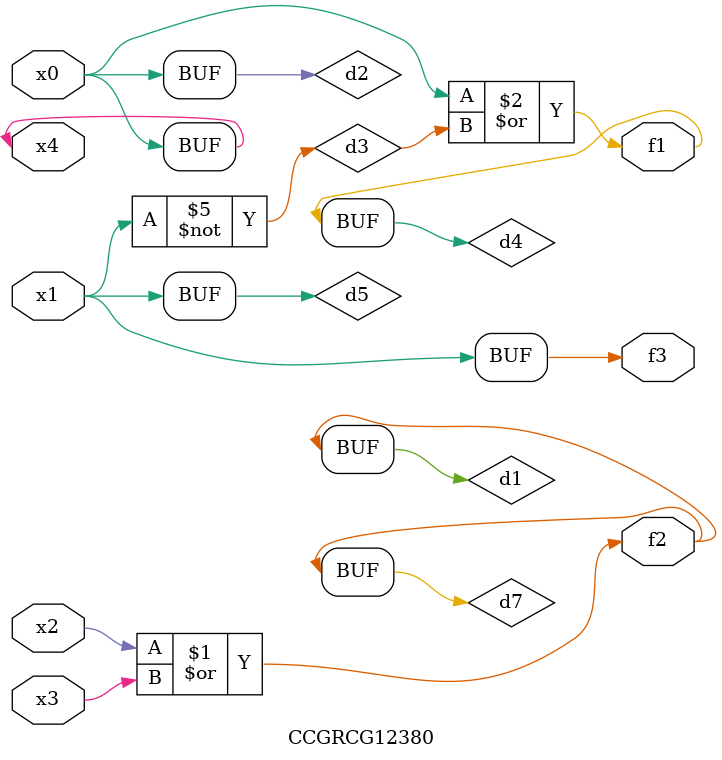
<source format=v>
module CCGRCG12380(
	input x0, x1, x2, x3, x4,
	output f1, f2, f3
);

	wire d1, d2, d3, d4, d5, d6, d7;

	or (d1, x2, x3);
	buf (d2, x0, x4);
	not (d3, x1);
	or (d4, d2, d3);
	not (d5, d3);
	nand (d6, d1, d3);
	or (d7, d1);
	assign f1 = d4;
	assign f2 = d7;
	assign f3 = d5;
endmodule

</source>
